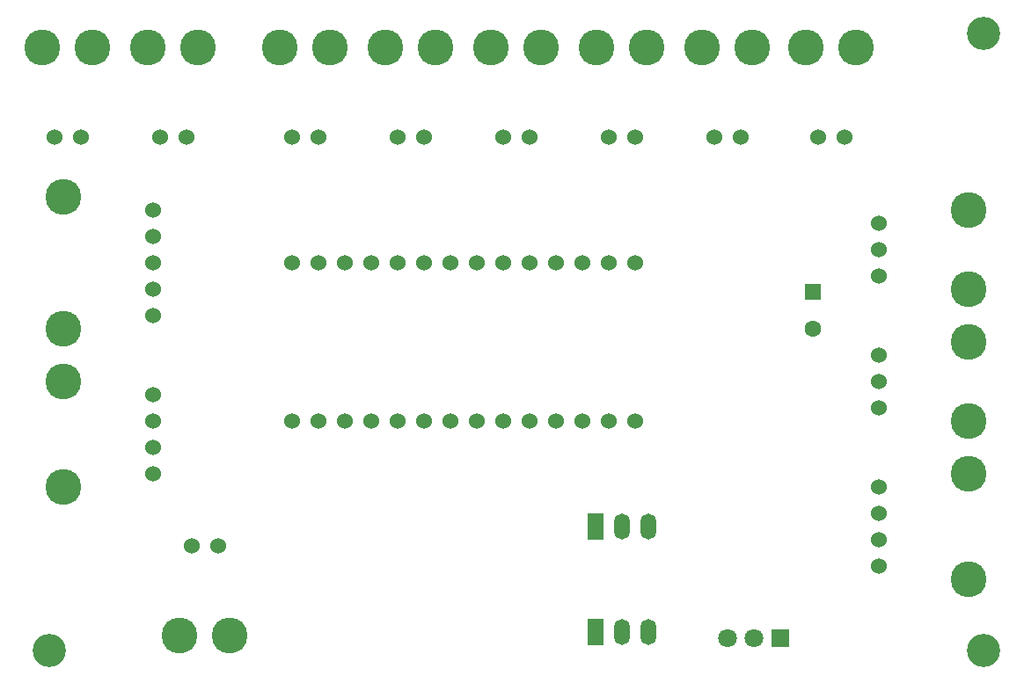
<source format=gbs>
G04 #@! TF.GenerationSoftware,KiCad,Pcbnew,7.0.7*
G04 #@! TF.CreationDate,2024-02-27T11:48:22-06:00*
G04 #@! TF.ProjectId,ControlBoard_Hardware,436f6e74-726f-46c4-926f-6172645f4861,rev?*
G04 #@! TF.SameCoordinates,Original*
G04 #@! TF.FileFunction,Soldermask,Bot*
G04 #@! TF.FilePolarity,Negative*
%FSLAX46Y46*%
G04 Gerber Fmt 4.6, Leading zero omitted, Abs format (unit mm)*
G04 Created by KiCad (PCBNEW 7.0.7) date 2024-02-27 11:48:22*
%MOMM*%
%LPD*%
G01*
G04 APERTURE LIST*
%ADD10C,3.450000*%
%ADD11C,1.524000*%
%ADD12R,1.800000X1.800000*%
%ADD13C,1.800000*%
%ADD14R,1.500000X2.500000*%
%ADD15O,1.500000X2.500000*%
%ADD16C,3.200000*%
%ADD17R,1.600000X1.600000*%
%ADD18C,1.600000*%
G04 APERTURE END LIST*
D10*
X172845000Y-40255000D03*
X177673000Y-40259000D03*
D11*
X173990000Y-48895000D03*
X176530000Y-48895000D03*
D10*
X121539000Y-82550000D03*
X121539000Y-72390000D03*
D11*
X130175000Y-81280000D03*
X130175000Y-78740000D03*
X130175000Y-76200000D03*
X130175000Y-73660000D03*
D10*
X183005000Y-40255000D03*
X187833000Y-40259000D03*
D11*
X184150000Y-48895000D03*
X186690000Y-48895000D03*
D10*
X208684500Y-68580000D03*
X208684500Y-76200000D03*
D11*
X200048500Y-69850000D03*
X200048500Y-72390000D03*
X200048500Y-74930000D03*
D12*
X190510000Y-97150000D03*
D13*
X187970000Y-97150000D03*
X185430000Y-97150000D03*
D10*
X162685000Y-40255000D03*
X167513000Y-40259000D03*
D11*
X163830000Y-48895000D03*
X166370000Y-48895000D03*
D10*
X129665000Y-40255000D03*
X134493000Y-40259000D03*
D11*
X130810000Y-48895000D03*
X133350000Y-48895000D03*
D10*
X208684500Y-81280000D03*
X208684500Y-91440000D03*
D11*
X200048500Y-82550000D03*
X200048500Y-85090000D03*
X200048500Y-87630000D03*
X200048500Y-90170000D03*
D14*
X172720000Y-96520000D03*
D15*
X175260000Y-96520000D03*
X177800000Y-96520000D03*
D10*
X119505000Y-40255000D03*
X124333000Y-40259000D03*
D11*
X120650000Y-48895000D03*
X123190000Y-48895000D03*
D14*
X172720000Y-86360000D03*
D15*
X175260000Y-86360000D03*
X177800000Y-86360000D03*
D10*
X142365000Y-40255000D03*
X147193000Y-40259000D03*
D11*
X143510000Y-48895000D03*
X146050000Y-48895000D03*
D16*
X120142000Y-98298000D03*
X210058000Y-98298000D03*
X210058000Y-38862000D03*
D10*
X208684500Y-55880000D03*
X208684500Y-63500000D03*
D11*
X200048500Y-57150000D03*
X200048500Y-59690000D03*
X200048500Y-62230000D03*
D10*
X192988698Y-40255000D03*
X197816698Y-40259000D03*
D11*
X194133698Y-48895000D03*
X196673698Y-48895000D03*
D10*
X121539000Y-67310000D03*
X121539000Y-54610000D03*
D11*
X130175000Y-66040000D03*
X130175000Y-63500000D03*
X130175000Y-60960000D03*
X130175000Y-58420000D03*
X130175000Y-55880000D03*
D17*
X193698500Y-63810000D03*
D18*
X193698500Y-67310000D03*
D10*
X137543000Y-96905000D03*
X132715000Y-96901000D03*
D11*
X136398000Y-88265000D03*
X133858000Y-88265000D03*
X146050000Y-76200000D03*
X148590000Y-76200000D03*
X151130000Y-76200000D03*
X153670000Y-76200000D03*
X156210000Y-76200000D03*
X158750000Y-76200000D03*
X161290000Y-76200000D03*
X163830000Y-76200000D03*
X166370000Y-76200000D03*
X168910000Y-76200000D03*
X171450000Y-76200000D03*
X173990000Y-76200000D03*
X176530000Y-76200000D03*
X176530000Y-60960000D03*
X173990000Y-60960000D03*
X171450000Y-60960000D03*
X168910000Y-60960000D03*
X166370000Y-60960000D03*
X163830000Y-60960000D03*
X161290000Y-60960000D03*
X158750000Y-60960000D03*
X156210000Y-60960000D03*
X153670000Y-60960000D03*
X151130000Y-60960000D03*
X143510000Y-76200000D03*
X146050000Y-60960000D03*
X148590000Y-60960000D03*
X143510000Y-60960000D03*
D10*
X152525000Y-40255000D03*
X157353000Y-40259000D03*
D11*
X153670000Y-48895000D03*
X156210000Y-48895000D03*
M02*

</source>
